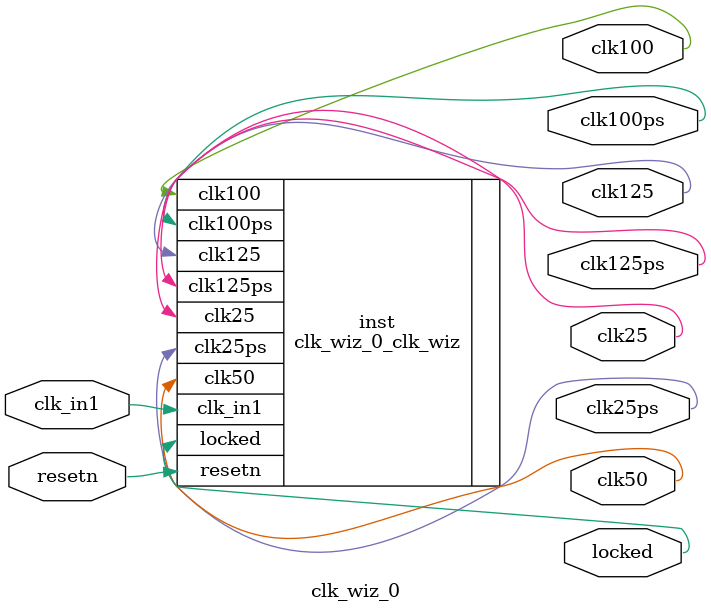
<source format=v>


`timescale 1ps/1ps

(* CORE_GENERATION_INFO = "clk_wiz_0,clk_wiz_v6_0_13_0_0,{component_name=clk_wiz_0,use_phase_alignment=true,use_min_o_jitter=false,use_max_i_jitter=false,use_dyn_phase_shift=false,use_inclk_switchover=false,use_dyn_reconfig=false,enable_axi=0,feedback_source=FDBK_AUTO,PRIMITIVE=MMCM,num_out_clk=7,clkin1_period=20.000,clkin2_period=10.0,use_power_down=false,use_reset=true,use_locked=true,use_inclk_stopped=false,feedback_type=SINGLE,CLOCK_MGR_TYPE=NA,manual_override=false}" *)

module clk_wiz_0 
 (
  // Clock out ports
  output        clk25,
  output        clk25ps,
  output        clk125,
  output        clk125ps,
  output        clk50,
  output        clk100,
  output        clk100ps,
  // Status and control signals
  input         resetn,
  output        locked,
 // Clock in ports
  input         clk_in1
 );

  clk_wiz_0_clk_wiz inst
  (
  // Clock out ports  
  .clk25(clk25),
  .clk25ps(clk25ps),
  .clk125(clk125),
  .clk125ps(clk125ps),
  .clk50(clk50),
  .clk100(clk100),
  .clk100ps(clk100ps),
  // Status and control signals               
  .resetn(resetn), 
  .locked(locked),
 // Clock in ports
  .clk_in1(clk_in1)
  );

endmodule

</source>
